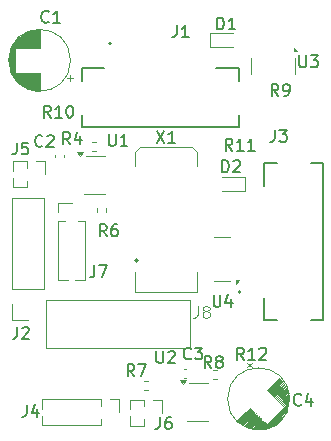
<source format=gbr>
%TF.GenerationSoftware,KiCad,Pcbnew,8.0.8*%
%TF.CreationDate,2025-01-21T20:41:30+03:00*%
%TF.ProjectId,Shield_Emergent_4,53686965-6c64-45f4-956d-657267656e74,rev?*%
%TF.SameCoordinates,Original*%
%TF.FileFunction,Legend,Top*%
%TF.FilePolarity,Positive*%
%FSLAX46Y46*%
G04 Gerber Fmt 4.6, Leading zero omitted, Abs format (unit mm)*
G04 Created by KiCad (PCBNEW 8.0.8) date 2025-01-21 20:41:30*
%MOMM*%
%LPD*%
G01*
G04 APERTURE LIST*
%ADD10C,0.150000*%
%ADD11C,0.100000*%
%ADD12C,0.120000*%
%ADD13C,0.127000*%
%ADD14C,0.200000*%
G04 APERTURE END LIST*
D10*
X1716666Y-33704819D02*
X1716666Y-34419104D01*
X1716666Y-34419104D02*
X1669047Y-34561961D01*
X1669047Y-34561961D02*
X1573809Y-34657200D01*
X1573809Y-34657200D02*
X1430952Y-34704819D01*
X1430952Y-34704819D02*
X1335714Y-34704819D01*
X2621428Y-34038152D02*
X2621428Y-34704819D01*
X2383333Y-33657200D02*
X2145238Y-34371485D01*
X2145238Y-34371485D02*
X2764285Y-34371485D01*
X24798095Y-4124819D02*
X24798095Y-4934342D01*
X24798095Y-4934342D02*
X24845714Y-5029580D01*
X24845714Y-5029580D02*
X24893333Y-5077200D01*
X24893333Y-5077200D02*
X24988571Y-5124819D01*
X24988571Y-5124819D02*
X25179047Y-5124819D01*
X25179047Y-5124819D02*
X25274285Y-5077200D01*
X25274285Y-5077200D02*
X25321904Y-5029580D01*
X25321904Y-5029580D02*
X25369523Y-4934342D01*
X25369523Y-4934342D02*
X25369523Y-4124819D01*
X25750476Y-4124819D02*
X26369523Y-4124819D01*
X26369523Y-4124819D02*
X26036190Y-4505771D01*
X26036190Y-4505771D02*
X26179047Y-4505771D01*
X26179047Y-4505771D02*
X26274285Y-4553390D01*
X26274285Y-4553390D02*
X26321904Y-4601009D01*
X26321904Y-4601009D02*
X26369523Y-4696247D01*
X26369523Y-4696247D02*
X26369523Y-4934342D01*
X26369523Y-4934342D02*
X26321904Y-5029580D01*
X26321904Y-5029580D02*
X26274285Y-5077200D01*
X26274285Y-5077200D02*
X26179047Y-5124819D01*
X26179047Y-5124819D02*
X25893333Y-5124819D01*
X25893333Y-5124819D02*
X25798095Y-5077200D01*
X25798095Y-5077200D02*
X25750476Y-5029580D01*
X8493333Y-19444819D02*
X8160000Y-18968628D01*
X7921905Y-19444819D02*
X7921905Y-18444819D01*
X7921905Y-18444819D02*
X8302857Y-18444819D01*
X8302857Y-18444819D02*
X8398095Y-18492438D01*
X8398095Y-18492438D02*
X8445714Y-18540057D01*
X8445714Y-18540057D02*
X8493333Y-18635295D01*
X8493333Y-18635295D02*
X8493333Y-18778152D01*
X8493333Y-18778152D02*
X8445714Y-18873390D01*
X8445714Y-18873390D02*
X8398095Y-18921009D01*
X8398095Y-18921009D02*
X8302857Y-18968628D01*
X8302857Y-18968628D02*
X7921905Y-18968628D01*
X9350476Y-18444819D02*
X9160000Y-18444819D01*
X9160000Y-18444819D02*
X9064762Y-18492438D01*
X9064762Y-18492438D02*
X9017143Y-18540057D01*
X9017143Y-18540057D02*
X8921905Y-18682914D01*
X8921905Y-18682914D02*
X8874286Y-18873390D01*
X8874286Y-18873390D02*
X8874286Y-19254342D01*
X8874286Y-19254342D02*
X8921905Y-19349580D01*
X8921905Y-19349580D02*
X8969524Y-19397200D01*
X8969524Y-19397200D02*
X9064762Y-19444819D01*
X9064762Y-19444819D02*
X9255238Y-19444819D01*
X9255238Y-19444819D02*
X9350476Y-19397200D01*
X9350476Y-19397200D02*
X9398095Y-19349580D01*
X9398095Y-19349580D02*
X9445714Y-19254342D01*
X9445714Y-19254342D02*
X9445714Y-19016247D01*
X9445714Y-19016247D02*
X9398095Y-18921009D01*
X9398095Y-18921009D02*
X9350476Y-18873390D01*
X9350476Y-18873390D02*
X9255238Y-18825771D01*
X9255238Y-18825771D02*
X9064762Y-18825771D01*
X9064762Y-18825771D02*
X8969524Y-18873390D01*
X8969524Y-18873390D02*
X8921905Y-18921009D01*
X8921905Y-18921009D02*
X8874286Y-19016247D01*
X12710476Y-10524819D02*
X13377142Y-11524819D01*
X13377142Y-10524819D02*
X12710476Y-11524819D01*
X14281904Y-11524819D02*
X13710476Y-11524819D01*
X13996190Y-11524819D02*
X13996190Y-10524819D01*
X13996190Y-10524819D02*
X13900952Y-10667676D01*
X13900952Y-10667676D02*
X13805714Y-10762914D01*
X13805714Y-10762914D02*
X13710476Y-10810533D01*
X12698095Y-29174819D02*
X12698095Y-29984342D01*
X12698095Y-29984342D02*
X12745714Y-30079580D01*
X12745714Y-30079580D02*
X12793333Y-30127200D01*
X12793333Y-30127200D02*
X12888571Y-30174819D01*
X12888571Y-30174819D02*
X13079047Y-30174819D01*
X13079047Y-30174819D02*
X13174285Y-30127200D01*
X13174285Y-30127200D02*
X13221904Y-30079580D01*
X13221904Y-30079580D02*
X13269523Y-29984342D01*
X13269523Y-29984342D02*
X13269523Y-29174819D01*
X13698095Y-29270057D02*
X13745714Y-29222438D01*
X13745714Y-29222438D02*
X13840952Y-29174819D01*
X13840952Y-29174819D02*
X14079047Y-29174819D01*
X14079047Y-29174819D02*
X14174285Y-29222438D01*
X14174285Y-29222438D02*
X14221904Y-29270057D01*
X14221904Y-29270057D02*
X14269523Y-29365295D01*
X14269523Y-29365295D02*
X14269523Y-29460533D01*
X14269523Y-29460533D02*
X14221904Y-29603390D01*
X14221904Y-29603390D02*
X13650476Y-30174819D01*
X13650476Y-30174819D02*
X14269523Y-30174819D01*
X17851905Y-1924819D02*
X17851905Y-924819D01*
X17851905Y-924819D02*
X18090000Y-924819D01*
X18090000Y-924819D02*
X18232857Y-972438D01*
X18232857Y-972438D02*
X18328095Y-1067676D01*
X18328095Y-1067676D02*
X18375714Y-1162914D01*
X18375714Y-1162914D02*
X18423333Y-1353390D01*
X18423333Y-1353390D02*
X18423333Y-1496247D01*
X18423333Y-1496247D02*
X18375714Y-1686723D01*
X18375714Y-1686723D02*
X18328095Y-1781961D01*
X18328095Y-1781961D02*
X18232857Y-1877200D01*
X18232857Y-1877200D02*
X18090000Y-1924819D01*
X18090000Y-1924819D02*
X17851905Y-1924819D01*
X19375714Y-1924819D02*
X18804286Y-1924819D01*
X19090000Y-1924819D02*
X19090000Y-924819D01*
X19090000Y-924819D02*
X18994762Y-1067676D01*
X18994762Y-1067676D02*
X18899524Y-1162914D01*
X18899524Y-1162914D02*
X18804286Y-1210533D01*
X3747142Y-9394819D02*
X3413809Y-8918628D01*
X3175714Y-9394819D02*
X3175714Y-8394819D01*
X3175714Y-8394819D02*
X3556666Y-8394819D01*
X3556666Y-8394819D02*
X3651904Y-8442438D01*
X3651904Y-8442438D02*
X3699523Y-8490057D01*
X3699523Y-8490057D02*
X3747142Y-8585295D01*
X3747142Y-8585295D02*
X3747142Y-8728152D01*
X3747142Y-8728152D02*
X3699523Y-8823390D01*
X3699523Y-8823390D02*
X3651904Y-8871009D01*
X3651904Y-8871009D02*
X3556666Y-8918628D01*
X3556666Y-8918628D02*
X3175714Y-8918628D01*
X4699523Y-9394819D02*
X4128095Y-9394819D01*
X4413809Y-9394819D02*
X4413809Y-8394819D01*
X4413809Y-8394819D02*
X4318571Y-8537676D01*
X4318571Y-8537676D02*
X4223333Y-8632914D01*
X4223333Y-8632914D02*
X4128095Y-8680533D01*
X5318571Y-8394819D02*
X5413809Y-8394819D01*
X5413809Y-8394819D02*
X5509047Y-8442438D01*
X5509047Y-8442438D02*
X5556666Y-8490057D01*
X5556666Y-8490057D02*
X5604285Y-8585295D01*
X5604285Y-8585295D02*
X5651904Y-8775771D01*
X5651904Y-8775771D02*
X5651904Y-9013866D01*
X5651904Y-9013866D02*
X5604285Y-9204342D01*
X5604285Y-9204342D02*
X5556666Y-9299580D01*
X5556666Y-9299580D02*
X5509047Y-9347200D01*
X5509047Y-9347200D02*
X5413809Y-9394819D01*
X5413809Y-9394819D02*
X5318571Y-9394819D01*
X5318571Y-9394819D02*
X5223333Y-9347200D01*
X5223333Y-9347200D02*
X5175714Y-9299580D01*
X5175714Y-9299580D02*
X5128095Y-9204342D01*
X5128095Y-9204342D02*
X5080476Y-9013866D01*
X5080476Y-9013866D02*
X5080476Y-8775771D01*
X5080476Y-8775771D02*
X5128095Y-8585295D01*
X5128095Y-8585295D02*
X5175714Y-8490057D01*
X5175714Y-8490057D02*
X5223333Y-8442438D01*
X5223333Y-8442438D02*
X5318571Y-8394819D01*
X17343333Y-30584819D02*
X17010000Y-30108628D01*
X16771905Y-30584819D02*
X16771905Y-29584819D01*
X16771905Y-29584819D02*
X17152857Y-29584819D01*
X17152857Y-29584819D02*
X17248095Y-29632438D01*
X17248095Y-29632438D02*
X17295714Y-29680057D01*
X17295714Y-29680057D02*
X17343333Y-29775295D01*
X17343333Y-29775295D02*
X17343333Y-29918152D01*
X17343333Y-29918152D02*
X17295714Y-30013390D01*
X17295714Y-30013390D02*
X17248095Y-30061009D01*
X17248095Y-30061009D02*
X17152857Y-30108628D01*
X17152857Y-30108628D02*
X16771905Y-30108628D01*
X17914762Y-30013390D02*
X17819524Y-29965771D01*
X17819524Y-29965771D02*
X17771905Y-29918152D01*
X17771905Y-29918152D02*
X17724286Y-29822914D01*
X17724286Y-29822914D02*
X17724286Y-29775295D01*
X17724286Y-29775295D02*
X17771905Y-29680057D01*
X17771905Y-29680057D02*
X17819524Y-29632438D01*
X17819524Y-29632438D02*
X17914762Y-29584819D01*
X17914762Y-29584819D02*
X18105238Y-29584819D01*
X18105238Y-29584819D02*
X18200476Y-29632438D01*
X18200476Y-29632438D02*
X18248095Y-29680057D01*
X18248095Y-29680057D02*
X18295714Y-29775295D01*
X18295714Y-29775295D02*
X18295714Y-29822914D01*
X18295714Y-29822914D02*
X18248095Y-29918152D01*
X18248095Y-29918152D02*
X18200476Y-29965771D01*
X18200476Y-29965771D02*
X18105238Y-30013390D01*
X18105238Y-30013390D02*
X17914762Y-30013390D01*
X17914762Y-30013390D02*
X17819524Y-30061009D01*
X17819524Y-30061009D02*
X17771905Y-30108628D01*
X17771905Y-30108628D02*
X17724286Y-30203866D01*
X17724286Y-30203866D02*
X17724286Y-30394342D01*
X17724286Y-30394342D02*
X17771905Y-30489580D01*
X17771905Y-30489580D02*
X17819524Y-30537200D01*
X17819524Y-30537200D02*
X17914762Y-30584819D01*
X17914762Y-30584819D02*
X18105238Y-30584819D01*
X18105238Y-30584819D02*
X18200476Y-30537200D01*
X18200476Y-30537200D02*
X18248095Y-30489580D01*
X18248095Y-30489580D02*
X18295714Y-30394342D01*
X18295714Y-30394342D02*
X18295714Y-30203866D01*
X18295714Y-30203866D02*
X18248095Y-30108628D01*
X18248095Y-30108628D02*
X18200476Y-30061009D01*
X18200476Y-30061009D02*
X18105238Y-30013390D01*
X17548095Y-24414819D02*
X17548095Y-25224342D01*
X17548095Y-25224342D02*
X17595714Y-25319580D01*
X17595714Y-25319580D02*
X17643333Y-25367200D01*
X17643333Y-25367200D02*
X17738571Y-25414819D01*
X17738571Y-25414819D02*
X17929047Y-25414819D01*
X17929047Y-25414819D02*
X18024285Y-25367200D01*
X18024285Y-25367200D02*
X18071904Y-25319580D01*
X18071904Y-25319580D02*
X18119523Y-25224342D01*
X18119523Y-25224342D02*
X18119523Y-24414819D01*
X19024285Y-24748152D02*
X19024285Y-25414819D01*
X18786190Y-24367200D02*
X18548095Y-25081485D01*
X18548095Y-25081485D02*
X19167142Y-25081485D01*
D11*
X16196666Y-25347419D02*
X16196666Y-26061704D01*
X16196666Y-26061704D02*
X16149047Y-26204561D01*
X16149047Y-26204561D02*
X16053809Y-26299800D01*
X16053809Y-26299800D02*
X15910952Y-26347419D01*
X15910952Y-26347419D02*
X15815714Y-26347419D01*
X16815714Y-25775990D02*
X16720476Y-25728371D01*
X16720476Y-25728371D02*
X16672857Y-25680752D01*
X16672857Y-25680752D02*
X16625238Y-25585514D01*
X16625238Y-25585514D02*
X16625238Y-25537895D01*
X16625238Y-25537895D02*
X16672857Y-25442657D01*
X16672857Y-25442657D02*
X16720476Y-25395038D01*
X16720476Y-25395038D02*
X16815714Y-25347419D01*
X16815714Y-25347419D02*
X17006190Y-25347419D01*
X17006190Y-25347419D02*
X17101428Y-25395038D01*
X17101428Y-25395038D02*
X17149047Y-25442657D01*
X17149047Y-25442657D02*
X17196666Y-25537895D01*
X17196666Y-25537895D02*
X17196666Y-25585514D01*
X17196666Y-25585514D02*
X17149047Y-25680752D01*
X17149047Y-25680752D02*
X17101428Y-25728371D01*
X17101428Y-25728371D02*
X17006190Y-25775990D01*
X17006190Y-25775990D02*
X16815714Y-25775990D01*
X16815714Y-25775990D02*
X16720476Y-25823609D01*
X16720476Y-25823609D02*
X16672857Y-25871228D01*
X16672857Y-25871228D02*
X16625238Y-25966466D01*
X16625238Y-25966466D02*
X16625238Y-26156942D01*
X16625238Y-26156942D02*
X16672857Y-26252180D01*
X16672857Y-26252180D02*
X16720476Y-26299800D01*
X16720476Y-26299800D02*
X16815714Y-26347419D01*
X16815714Y-26347419D02*
X17006190Y-26347419D01*
X17006190Y-26347419D02*
X17101428Y-26299800D01*
X17101428Y-26299800D02*
X17149047Y-26252180D01*
X17149047Y-26252180D02*
X17196666Y-26156942D01*
X17196666Y-26156942D02*
X17196666Y-25966466D01*
X17196666Y-25966466D02*
X17149047Y-25871228D01*
X17149047Y-25871228D02*
X17101428Y-25823609D01*
X17101428Y-25823609D02*
X17006190Y-25775990D01*
D10*
X896666Y-27134819D02*
X896666Y-27849104D01*
X896666Y-27849104D02*
X849047Y-27991961D01*
X849047Y-27991961D02*
X753809Y-28087200D01*
X753809Y-28087200D02*
X610952Y-28134819D01*
X610952Y-28134819D02*
X515714Y-28134819D01*
X1325238Y-27230057D02*
X1372857Y-27182438D01*
X1372857Y-27182438D02*
X1468095Y-27134819D01*
X1468095Y-27134819D02*
X1706190Y-27134819D01*
X1706190Y-27134819D02*
X1801428Y-27182438D01*
X1801428Y-27182438D02*
X1849047Y-27230057D01*
X1849047Y-27230057D02*
X1896666Y-27325295D01*
X1896666Y-27325295D02*
X1896666Y-27420533D01*
X1896666Y-27420533D02*
X1849047Y-27563390D01*
X1849047Y-27563390D02*
X1277619Y-28134819D01*
X1277619Y-28134819D02*
X1896666Y-28134819D01*
X12996666Y-34754819D02*
X12996666Y-35469104D01*
X12996666Y-35469104D02*
X12949047Y-35611961D01*
X12949047Y-35611961D02*
X12853809Y-35707200D01*
X12853809Y-35707200D02*
X12710952Y-35754819D01*
X12710952Y-35754819D02*
X12615714Y-35754819D01*
X13901428Y-34754819D02*
X13710952Y-34754819D01*
X13710952Y-34754819D02*
X13615714Y-34802438D01*
X13615714Y-34802438D02*
X13568095Y-34850057D01*
X13568095Y-34850057D02*
X13472857Y-34992914D01*
X13472857Y-34992914D02*
X13425238Y-35183390D01*
X13425238Y-35183390D02*
X13425238Y-35564342D01*
X13425238Y-35564342D02*
X13472857Y-35659580D01*
X13472857Y-35659580D02*
X13520476Y-35707200D01*
X13520476Y-35707200D02*
X13615714Y-35754819D01*
X13615714Y-35754819D02*
X13806190Y-35754819D01*
X13806190Y-35754819D02*
X13901428Y-35707200D01*
X13901428Y-35707200D02*
X13949047Y-35659580D01*
X13949047Y-35659580D02*
X13996666Y-35564342D01*
X13996666Y-35564342D02*
X13996666Y-35326247D01*
X13996666Y-35326247D02*
X13949047Y-35231009D01*
X13949047Y-35231009D02*
X13901428Y-35183390D01*
X13901428Y-35183390D02*
X13806190Y-35135771D01*
X13806190Y-35135771D02*
X13615714Y-35135771D01*
X13615714Y-35135771D02*
X13520476Y-35183390D01*
X13520476Y-35183390D02*
X13472857Y-35231009D01*
X13472857Y-35231009D02*
X13425238Y-35326247D01*
X23023333Y-7554819D02*
X22690000Y-7078628D01*
X22451905Y-7554819D02*
X22451905Y-6554819D01*
X22451905Y-6554819D02*
X22832857Y-6554819D01*
X22832857Y-6554819D02*
X22928095Y-6602438D01*
X22928095Y-6602438D02*
X22975714Y-6650057D01*
X22975714Y-6650057D02*
X23023333Y-6745295D01*
X23023333Y-6745295D02*
X23023333Y-6888152D01*
X23023333Y-6888152D02*
X22975714Y-6983390D01*
X22975714Y-6983390D02*
X22928095Y-7031009D01*
X22928095Y-7031009D02*
X22832857Y-7078628D01*
X22832857Y-7078628D02*
X22451905Y-7078628D01*
X23499524Y-7554819D02*
X23690000Y-7554819D01*
X23690000Y-7554819D02*
X23785238Y-7507200D01*
X23785238Y-7507200D02*
X23832857Y-7459580D01*
X23832857Y-7459580D02*
X23928095Y-7316723D01*
X23928095Y-7316723D02*
X23975714Y-7126247D01*
X23975714Y-7126247D02*
X23975714Y-6745295D01*
X23975714Y-6745295D02*
X23928095Y-6650057D01*
X23928095Y-6650057D02*
X23880476Y-6602438D01*
X23880476Y-6602438D02*
X23785238Y-6554819D01*
X23785238Y-6554819D02*
X23594762Y-6554819D01*
X23594762Y-6554819D02*
X23499524Y-6602438D01*
X23499524Y-6602438D02*
X23451905Y-6650057D01*
X23451905Y-6650057D02*
X23404286Y-6745295D01*
X23404286Y-6745295D02*
X23404286Y-6983390D01*
X23404286Y-6983390D02*
X23451905Y-7078628D01*
X23451905Y-7078628D02*
X23499524Y-7126247D01*
X23499524Y-7126247D02*
X23594762Y-7173866D01*
X23594762Y-7173866D02*
X23785238Y-7173866D01*
X23785238Y-7173866D02*
X23880476Y-7126247D01*
X23880476Y-7126247D02*
X23928095Y-7078628D01*
X23928095Y-7078628D02*
X23975714Y-6983390D01*
X24953333Y-33679580D02*
X24905714Y-33727200D01*
X24905714Y-33727200D02*
X24762857Y-33774819D01*
X24762857Y-33774819D02*
X24667619Y-33774819D01*
X24667619Y-33774819D02*
X24524762Y-33727200D01*
X24524762Y-33727200D02*
X24429524Y-33631961D01*
X24429524Y-33631961D02*
X24381905Y-33536723D01*
X24381905Y-33536723D02*
X24334286Y-33346247D01*
X24334286Y-33346247D02*
X24334286Y-33203390D01*
X24334286Y-33203390D02*
X24381905Y-33012914D01*
X24381905Y-33012914D02*
X24429524Y-32917676D01*
X24429524Y-32917676D02*
X24524762Y-32822438D01*
X24524762Y-32822438D02*
X24667619Y-32774819D01*
X24667619Y-32774819D02*
X24762857Y-32774819D01*
X24762857Y-32774819D02*
X24905714Y-32822438D01*
X24905714Y-32822438D02*
X24953333Y-32870057D01*
X25810476Y-33108152D02*
X25810476Y-33774819D01*
X25572381Y-32727200D02*
X25334286Y-33441485D01*
X25334286Y-33441485D02*
X25953333Y-33441485D01*
X856666Y-11504819D02*
X856666Y-12219104D01*
X856666Y-12219104D02*
X809047Y-12361961D01*
X809047Y-12361961D02*
X713809Y-12457200D01*
X713809Y-12457200D02*
X570952Y-12504819D01*
X570952Y-12504819D02*
X475714Y-12504819D01*
X1809047Y-11504819D02*
X1332857Y-11504819D01*
X1332857Y-11504819D02*
X1285238Y-11981009D01*
X1285238Y-11981009D02*
X1332857Y-11933390D01*
X1332857Y-11933390D02*
X1428095Y-11885771D01*
X1428095Y-11885771D02*
X1666190Y-11885771D01*
X1666190Y-11885771D02*
X1761428Y-11933390D01*
X1761428Y-11933390D02*
X1809047Y-11981009D01*
X1809047Y-11981009D02*
X1856666Y-12076247D01*
X1856666Y-12076247D02*
X1856666Y-12314342D01*
X1856666Y-12314342D02*
X1809047Y-12409580D01*
X1809047Y-12409580D02*
X1761428Y-12457200D01*
X1761428Y-12457200D02*
X1666190Y-12504819D01*
X1666190Y-12504819D02*
X1428095Y-12504819D01*
X1428095Y-12504819D02*
X1332857Y-12457200D01*
X1332857Y-12457200D02*
X1285238Y-12409580D01*
X22736666Y-10434819D02*
X22736666Y-11149104D01*
X22736666Y-11149104D02*
X22689047Y-11291961D01*
X22689047Y-11291961D02*
X22593809Y-11387200D01*
X22593809Y-11387200D02*
X22450952Y-11434819D01*
X22450952Y-11434819D02*
X22355714Y-11434819D01*
X23117619Y-10434819D02*
X23736666Y-10434819D01*
X23736666Y-10434819D02*
X23403333Y-10815771D01*
X23403333Y-10815771D02*
X23546190Y-10815771D01*
X23546190Y-10815771D02*
X23641428Y-10863390D01*
X23641428Y-10863390D02*
X23689047Y-10911009D01*
X23689047Y-10911009D02*
X23736666Y-11006247D01*
X23736666Y-11006247D02*
X23736666Y-11244342D01*
X23736666Y-11244342D02*
X23689047Y-11339580D01*
X23689047Y-11339580D02*
X23641428Y-11387200D01*
X23641428Y-11387200D02*
X23546190Y-11434819D01*
X23546190Y-11434819D02*
X23260476Y-11434819D01*
X23260476Y-11434819D02*
X23165238Y-11387200D01*
X23165238Y-11387200D02*
X23117619Y-11339580D01*
X20087142Y-29894819D02*
X19753809Y-29418628D01*
X19515714Y-29894819D02*
X19515714Y-28894819D01*
X19515714Y-28894819D02*
X19896666Y-28894819D01*
X19896666Y-28894819D02*
X19991904Y-28942438D01*
X19991904Y-28942438D02*
X20039523Y-28990057D01*
X20039523Y-28990057D02*
X20087142Y-29085295D01*
X20087142Y-29085295D02*
X20087142Y-29228152D01*
X20087142Y-29228152D02*
X20039523Y-29323390D01*
X20039523Y-29323390D02*
X19991904Y-29371009D01*
X19991904Y-29371009D02*
X19896666Y-29418628D01*
X19896666Y-29418628D02*
X19515714Y-29418628D01*
X21039523Y-29894819D02*
X20468095Y-29894819D01*
X20753809Y-29894819D02*
X20753809Y-28894819D01*
X20753809Y-28894819D02*
X20658571Y-29037676D01*
X20658571Y-29037676D02*
X20563333Y-29132914D01*
X20563333Y-29132914D02*
X20468095Y-29180533D01*
X21420476Y-28990057D02*
X21468095Y-28942438D01*
X21468095Y-28942438D02*
X21563333Y-28894819D01*
X21563333Y-28894819D02*
X21801428Y-28894819D01*
X21801428Y-28894819D02*
X21896666Y-28942438D01*
X21896666Y-28942438D02*
X21944285Y-28990057D01*
X21944285Y-28990057D02*
X21991904Y-29085295D01*
X21991904Y-29085295D02*
X21991904Y-29180533D01*
X21991904Y-29180533D02*
X21944285Y-29323390D01*
X21944285Y-29323390D02*
X21372857Y-29894819D01*
X21372857Y-29894819D02*
X21991904Y-29894819D01*
X15633333Y-29779580D02*
X15585714Y-29827200D01*
X15585714Y-29827200D02*
X15442857Y-29874819D01*
X15442857Y-29874819D02*
X15347619Y-29874819D01*
X15347619Y-29874819D02*
X15204762Y-29827200D01*
X15204762Y-29827200D02*
X15109524Y-29731961D01*
X15109524Y-29731961D02*
X15061905Y-29636723D01*
X15061905Y-29636723D02*
X15014286Y-29446247D01*
X15014286Y-29446247D02*
X15014286Y-29303390D01*
X15014286Y-29303390D02*
X15061905Y-29112914D01*
X15061905Y-29112914D02*
X15109524Y-29017676D01*
X15109524Y-29017676D02*
X15204762Y-28922438D01*
X15204762Y-28922438D02*
X15347619Y-28874819D01*
X15347619Y-28874819D02*
X15442857Y-28874819D01*
X15442857Y-28874819D02*
X15585714Y-28922438D01*
X15585714Y-28922438D02*
X15633333Y-28970057D01*
X15966667Y-28874819D02*
X16585714Y-28874819D01*
X16585714Y-28874819D02*
X16252381Y-29255771D01*
X16252381Y-29255771D02*
X16395238Y-29255771D01*
X16395238Y-29255771D02*
X16490476Y-29303390D01*
X16490476Y-29303390D02*
X16538095Y-29351009D01*
X16538095Y-29351009D02*
X16585714Y-29446247D01*
X16585714Y-29446247D02*
X16585714Y-29684342D01*
X16585714Y-29684342D02*
X16538095Y-29779580D01*
X16538095Y-29779580D02*
X16490476Y-29827200D01*
X16490476Y-29827200D02*
X16395238Y-29874819D01*
X16395238Y-29874819D02*
X16109524Y-29874819D01*
X16109524Y-29874819D02*
X16014286Y-29827200D01*
X16014286Y-29827200D02*
X15966667Y-29779580D01*
X14436666Y-1574819D02*
X14436666Y-2289104D01*
X14436666Y-2289104D02*
X14389047Y-2431961D01*
X14389047Y-2431961D02*
X14293809Y-2527200D01*
X14293809Y-2527200D02*
X14150952Y-2574819D01*
X14150952Y-2574819D02*
X14055714Y-2574819D01*
X15436666Y-2574819D02*
X14865238Y-2574819D01*
X15150952Y-2574819D02*
X15150952Y-1574819D01*
X15150952Y-1574819D02*
X15055714Y-1717676D01*
X15055714Y-1717676D02*
X14960476Y-1812914D01*
X14960476Y-1812914D02*
X14865238Y-1860533D01*
X10833333Y-31294819D02*
X10500000Y-30818628D01*
X10261905Y-31294819D02*
X10261905Y-30294819D01*
X10261905Y-30294819D02*
X10642857Y-30294819D01*
X10642857Y-30294819D02*
X10738095Y-30342438D01*
X10738095Y-30342438D02*
X10785714Y-30390057D01*
X10785714Y-30390057D02*
X10833333Y-30485295D01*
X10833333Y-30485295D02*
X10833333Y-30628152D01*
X10833333Y-30628152D02*
X10785714Y-30723390D01*
X10785714Y-30723390D02*
X10738095Y-30771009D01*
X10738095Y-30771009D02*
X10642857Y-30818628D01*
X10642857Y-30818628D02*
X10261905Y-30818628D01*
X11166667Y-30294819D02*
X11833333Y-30294819D01*
X11833333Y-30294819D02*
X11404762Y-31294819D01*
X8678095Y-10794819D02*
X8678095Y-11604342D01*
X8678095Y-11604342D02*
X8725714Y-11699580D01*
X8725714Y-11699580D02*
X8773333Y-11747200D01*
X8773333Y-11747200D02*
X8868571Y-11794819D01*
X8868571Y-11794819D02*
X9059047Y-11794819D01*
X9059047Y-11794819D02*
X9154285Y-11747200D01*
X9154285Y-11747200D02*
X9201904Y-11699580D01*
X9201904Y-11699580D02*
X9249523Y-11604342D01*
X9249523Y-11604342D02*
X9249523Y-10794819D01*
X10249523Y-11794819D02*
X9678095Y-11794819D01*
X9963809Y-11794819D02*
X9963809Y-10794819D01*
X9963809Y-10794819D02*
X9868571Y-10937676D01*
X9868571Y-10937676D02*
X9773333Y-11032914D01*
X9773333Y-11032914D02*
X9678095Y-11080533D01*
X7436666Y-21914819D02*
X7436666Y-22629104D01*
X7436666Y-22629104D02*
X7389047Y-22771961D01*
X7389047Y-22771961D02*
X7293809Y-22867200D01*
X7293809Y-22867200D02*
X7150952Y-22914819D01*
X7150952Y-22914819D02*
X7055714Y-22914819D01*
X7817619Y-21914819D02*
X8484285Y-21914819D01*
X8484285Y-21914819D02*
X8055714Y-22914819D01*
X19127142Y-12184819D02*
X18793809Y-11708628D01*
X18555714Y-12184819D02*
X18555714Y-11184819D01*
X18555714Y-11184819D02*
X18936666Y-11184819D01*
X18936666Y-11184819D02*
X19031904Y-11232438D01*
X19031904Y-11232438D02*
X19079523Y-11280057D01*
X19079523Y-11280057D02*
X19127142Y-11375295D01*
X19127142Y-11375295D02*
X19127142Y-11518152D01*
X19127142Y-11518152D02*
X19079523Y-11613390D01*
X19079523Y-11613390D02*
X19031904Y-11661009D01*
X19031904Y-11661009D02*
X18936666Y-11708628D01*
X18936666Y-11708628D02*
X18555714Y-11708628D01*
X20079523Y-12184819D02*
X19508095Y-12184819D01*
X19793809Y-12184819D02*
X19793809Y-11184819D01*
X19793809Y-11184819D02*
X19698571Y-11327676D01*
X19698571Y-11327676D02*
X19603333Y-11422914D01*
X19603333Y-11422914D02*
X19508095Y-11470533D01*
X21031904Y-12184819D02*
X20460476Y-12184819D01*
X20746190Y-12184819D02*
X20746190Y-11184819D01*
X20746190Y-11184819D02*
X20650952Y-11327676D01*
X20650952Y-11327676D02*
X20555714Y-11422914D01*
X20555714Y-11422914D02*
X20460476Y-11470533D01*
X3573333Y-1269580D02*
X3525714Y-1317200D01*
X3525714Y-1317200D02*
X3382857Y-1364819D01*
X3382857Y-1364819D02*
X3287619Y-1364819D01*
X3287619Y-1364819D02*
X3144762Y-1317200D01*
X3144762Y-1317200D02*
X3049524Y-1221961D01*
X3049524Y-1221961D02*
X3001905Y-1126723D01*
X3001905Y-1126723D02*
X2954286Y-936247D01*
X2954286Y-936247D02*
X2954286Y-793390D01*
X2954286Y-793390D02*
X3001905Y-602914D01*
X3001905Y-602914D02*
X3049524Y-507676D01*
X3049524Y-507676D02*
X3144762Y-412438D01*
X3144762Y-412438D02*
X3287619Y-364819D01*
X3287619Y-364819D02*
X3382857Y-364819D01*
X3382857Y-364819D02*
X3525714Y-412438D01*
X3525714Y-412438D02*
X3573333Y-460057D01*
X4525714Y-1364819D02*
X3954286Y-1364819D01*
X4240000Y-1364819D02*
X4240000Y-364819D01*
X4240000Y-364819D02*
X4144762Y-507676D01*
X4144762Y-507676D02*
X4049524Y-602914D01*
X4049524Y-602914D02*
X3954286Y-650533D01*
X3053333Y-11789580D02*
X3005714Y-11837200D01*
X3005714Y-11837200D02*
X2862857Y-11884819D01*
X2862857Y-11884819D02*
X2767619Y-11884819D01*
X2767619Y-11884819D02*
X2624762Y-11837200D01*
X2624762Y-11837200D02*
X2529524Y-11741961D01*
X2529524Y-11741961D02*
X2481905Y-11646723D01*
X2481905Y-11646723D02*
X2434286Y-11456247D01*
X2434286Y-11456247D02*
X2434286Y-11313390D01*
X2434286Y-11313390D02*
X2481905Y-11122914D01*
X2481905Y-11122914D02*
X2529524Y-11027676D01*
X2529524Y-11027676D02*
X2624762Y-10932438D01*
X2624762Y-10932438D02*
X2767619Y-10884819D01*
X2767619Y-10884819D02*
X2862857Y-10884819D01*
X2862857Y-10884819D02*
X3005714Y-10932438D01*
X3005714Y-10932438D02*
X3053333Y-10980057D01*
X3434286Y-10980057D02*
X3481905Y-10932438D01*
X3481905Y-10932438D02*
X3577143Y-10884819D01*
X3577143Y-10884819D02*
X3815238Y-10884819D01*
X3815238Y-10884819D02*
X3910476Y-10932438D01*
X3910476Y-10932438D02*
X3958095Y-10980057D01*
X3958095Y-10980057D02*
X4005714Y-11075295D01*
X4005714Y-11075295D02*
X4005714Y-11170533D01*
X4005714Y-11170533D02*
X3958095Y-11313390D01*
X3958095Y-11313390D02*
X3386667Y-11884819D01*
X3386667Y-11884819D02*
X4005714Y-11884819D01*
X5393333Y-11644819D02*
X5060000Y-11168628D01*
X4821905Y-11644819D02*
X4821905Y-10644819D01*
X4821905Y-10644819D02*
X5202857Y-10644819D01*
X5202857Y-10644819D02*
X5298095Y-10692438D01*
X5298095Y-10692438D02*
X5345714Y-10740057D01*
X5345714Y-10740057D02*
X5393333Y-10835295D01*
X5393333Y-10835295D02*
X5393333Y-10978152D01*
X5393333Y-10978152D02*
X5345714Y-11073390D01*
X5345714Y-11073390D02*
X5298095Y-11121009D01*
X5298095Y-11121009D02*
X5202857Y-11168628D01*
X5202857Y-11168628D02*
X4821905Y-11168628D01*
X6250476Y-10978152D02*
X6250476Y-11644819D01*
X6012381Y-10597200D02*
X5774286Y-11311485D01*
X5774286Y-11311485D02*
X6393333Y-11311485D01*
X18271905Y-14014819D02*
X18271905Y-13014819D01*
X18271905Y-13014819D02*
X18510000Y-13014819D01*
X18510000Y-13014819D02*
X18652857Y-13062438D01*
X18652857Y-13062438D02*
X18748095Y-13157676D01*
X18748095Y-13157676D02*
X18795714Y-13252914D01*
X18795714Y-13252914D02*
X18843333Y-13443390D01*
X18843333Y-13443390D02*
X18843333Y-13586247D01*
X18843333Y-13586247D02*
X18795714Y-13776723D01*
X18795714Y-13776723D02*
X18748095Y-13871961D01*
X18748095Y-13871961D02*
X18652857Y-13967200D01*
X18652857Y-13967200D02*
X18510000Y-14014819D01*
X18510000Y-14014819D02*
X18271905Y-14014819D01*
X19224286Y-13110057D02*
X19271905Y-13062438D01*
X19271905Y-13062438D02*
X19367143Y-13014819D01*
X19367143Y-13014819D02*
X19605238Y-13014819D01*
X19605238Y-13014819D02*
X19700476Y-13062438D01*
X19700476Y-13062438D02*
X19748095Y-13110057D01*
X19748095Y-13110057D02*
X19795714Y-13205295D01*
X19795714Y-13205295D02*
X19795714Y-13300533D01*
X19795714Y-13300533D02*
X19748095Y-13443390D01*
X19748095Y-13443390D02*
X19176667Y-14014819D01*
X19176667Y-14014819D02*
X19795714Y-14014819D01*
D12*
%TO.C,J4*%
X2975000Y-33240000D02*
X2975000Y-34042470D01*
X2975000Y-34657530D02*
X2975000Y-35460000D01*
X7990000Y-33240000D02*
X2975000Y-33240000D01*
X7990000Y-33240000D02*
X7990000Y-33786529D01*
X7990000Y-34913471D02*
X7990000Y-35460000D01*
X7990000Y-35460000D02*
X2975000Y-35460000D01*
X8750000Y-33239999D02*
X9510000Y-33240000D01*
X9510000Y-33240000D02*
X9510000Y-34350000D01*
%TO.C,U3*%
X20689999Y-4345000D02*
X20689999Y-5695000D01*
X24410001Y-4345000D02*
X24410001Y-5695000D01*
X24600000Y-3800000D02*
X24320000Y-3800000D01*
X24320000Y-3520000D01*
X24600000Y-3800000D01*
G36*
X24600000Y-3800000D02*
G01*
X24320000Y-3800000D01*
X24320000Y-3520000D01*
X24600000Y-3800000D01*
G37*
%TO.C,R6*%
X7639999Y-17052379D02*
X7639999Y-17387621D01*
X8400001Y-17052379D02*
X8400001Y-17387621D01*
%TO.C,X1*%
X10850000Y-12300000D02*
X11300000Y-11850000D01*
X10850000Y-24150000D02*
X10850001Y-22500000D01*
X10850000Y-24150000D02*
X16150000Y-24150000D01*
X10850001Y-13500000D02*
X10850000Y-12300000D01*
X11300000Y-11850000D02*
X15700000Y-11850000D01*
X16149999Y-13500000D02*
X16150000Y-12300000D01*
X16150000Y-12300000D02*
X15700000Y-11850000D01*
X16150000Y-24150000D02*
X16149999Y-22500000D01*
D10*
X11111803Y-21500000D02*
G75*
G02*
X10888197Y-21500000I-111803J0D01*
G01*
X10888197Y-21500000D02*
G75*
G02*
X11111803Y-21500000I111803J0D01*
G01*
D12*
%TO.C,U2*%
X15250000Y-35100000D02*
X17050000Y-35100000D01*
X16250000Y-31880000D02*
X15450000Y-31880000D01*
X16250000Y-31880000D02*
X17050000Y-31880000D01*
X14949999Y-31930000D02*
X14710000Y-31600000D01*
X15190000Y-31600000D01*
X14949999Y-31930000D01*
G36*
X14949999Y-31930000D02*
G01*
X14710000Y-31600000D01*
X15190000Y-31600000D01*
X14949999Y-31930000D01*
G37*
%TO.C,D1*%
X17262500Y-2219999D02*
X17262500Y-3420001D01*
X19222500Y-2220000D02*
X17262500Y-2219999D01*
X19222500Y-3420000D02*
X17262500Y-3420001D01*
%TO.C,R8*%
X17512379Y-30789999D02*
X17847621Y-30789999D01*
X17512379Y-31550001D02*
X17847621Y-31550001D01*
%TO.C,U4*%
X18907500Y-19547499D02*
X17557500Y-19547499D01*
X18907500Y-23267501D02*
X17557500Y-23267501D01*
X19452500Y-23457500D02*
X19452500Y-23177500D01*
X19732500Y-23177500D01*
X19452500Y-23457500D01*
G36*
X19452500Y-23457500D02*
G01*
X19452500Y-23177500D01*
X19732500Y-23177500D01*
X19452500Y-23457500D01*
G37*
D11*
%TO.C,J8*%
X15550000Y-28880000D02*
X3350000Y-28880000D01*
X3350000Y-24880000D01*
X15550000Y-24880000D01*
X15550000Y-28880000D01*
D12*
%TO.C,J2*%
X500000Y-23919999D02*
X500000Y-16240000D01*
X500000Y-26520000D02*
X500000Y-25190000D01*
X1830000Y-26520000D02*
X500000Y-26520000D01*
X3160000Y-16240000D02*
X500000Y-16240000D01*
X3160000Y-23919999D02*
X500000Y-23919999D01*
X3160000Y-23919999D02*
X3160000Y-16240000D01*
%TO.C,J6*%
X10435000Y-33270000D02*
X10435000Y-34072470D01*
X10435000Y-34687530D02*
X10435000Y-35490000D01*
X11640000Y-33270000D02*
X10435000Y-33270000D01*
X11640000Y-33270000D02*
X11640000Y-33816529D01*
X11640000Y-34943471D02*
X11640000Y-35490000D01*
X11640000Y-35490000D02*
X10435000Y-35490000D01*
X12400000Y-33269999D02*
X13160000Y-33270000D01*
X13160000Y-33270000D02*
X13160000Y-34380000D01*
%TO.C,C4*%
X20406814Y-30180849D02*
X20760367Y-30534402D01*
X20611716Y-33942498D02*
X19522771Y-35031442D01*
X20640000Y-33970782D02*
X19551056Y-35059727D01*
X20668284Y-33999066D02*
X19580047Y-35087304D01*
X20696569Y-34027351D02*
X19609038Y-35114881D01*
X20724853Y-34055635D02*
X19638737Y-35141751D01*
X20753137Y-34083919D02*
X19669142Y-35167914D01*
X20760367Y-30180849D02*
X20406814Y-30534402D01*
X20781421Y-34112203D02*
X19700255Y-35193370D01*
X20809706Y-34140488D02*
X19731368Y-35218826D01*
X20837990Y-34168772D02*
X19762480Y-35244281D01*
X20866274Y-34197056D02*
X19794300Y-35269030D01*
X20894558Y-34225341D02*
X19826827Y-35293072D01*
X20922843Y-34253625D02*
X19860061Y-35316406D01*
X20951127Y-34281909D02*
X19893295Y-35339741D01*
X20979411Y-34310193D02*
X19927236Y-35362368D01*
X21007696Y-34338478D02*
X19961177Y-35384996D01*
X21035980Y-34366762D02*
X19995826Y-35406916D01*
X21064264Y-34395046D02*
X20031181Y-35428129D01*
X21092548Y-34423330D02*
X20066536Y-35449342D01*
X21121540Y-34452322D02*
X20103306Y-35470556D01*
X21149824Y-34480606D02*
X20140076Y-35490355D01*
X21178108Y-34508890D02*
X20177552Y-35509446D01*
X21206393Y-34537175D02*
X20215029Y-35528538D01*
X21234677Y-34565459D02*
X20253213Y-35546923D01*
X21262961Y-34593743D02*
X20291396Y-35565308D01*
X21291245Y-34622027D02*
X20330994Y-35582278D01*
X21319530Y-34650312D02*
X20370592Y-35599249D01*
X21347814Y-34678596D02*
X20410897Y-35615512D01*
X21376098Y-34706880D02*
X20451202Y-35631776D01*
X21404382Y-34735165D02*
X20492922Y-35646625D01*
X21432667Y-34763449D02*
X20534641Y-35661474D01*
X21460951Y-34791733D02*
X20577067Y-35675617D01*
X21489235Y-34820017D02*
X20620908Y-35688344D01*
X21517520Y-34848302D02*
X20664042Y-35701780D01*
X21545804Y-34876586D02*
X20708589Y-35713800D01*
X21574088Y-34904870D02*
X20753844Y-35725114D01*
X21602372Y-34933154D02*
X20799806Y-35735721D01*
X21630657Y-34961439D02*
X20846475Y-35745620D01*
X21658941Y-34989723D02*
X20893851Y-35754813D01*
X21687225Y-35018007D02*
X20941227Y-35764005D01*
X21715509Y-35046292D02*
X20990725Y-35771076D01*
X21743794Y-35074576D02*
X21040222Y-35778147D01*
X21772078Y-35102860D02*
X21090427Y-35784511D01*
X21800362Y-35131144D02*
X21142046Y-35789461D01*
X21828646Y-35159429D02*
X21194372Y-35793703D01*
X21856931Y-35187713D02*
X21248112Y-35796532D01*
X21885215Y-35215997D02*
X21302559Y-35798653D01*
X21913499Y-35244281D02*
X21357713Y-35800067D01*
X21941784Y-35272566D02*
X21414989Y-35799360D01*
X21970068Y-35300850D02*
X21472972Y-35797946D01*
X21998352Y-35329134D02*
X21532369Y-35795118D01*
X22026636Y-35357419D02*
X21593180Y-35790875D01*
X23171442Y-31382771D02*
X22082498Y-32471716D01*
X23199727Y-31411056D02*
X22110782Y-32500000D01*
X23227304Y-31440047D02*
X22139066Y-32528284D01*
X23254881Y-31469038D02*
X22167351Y-32556569D01*
X23281751Y-31498737D02*
X22195635Y-32584853D01*
X23307914Y-31529142D02*
X22223919Y-32613137D01*
X23333370Y-31560255D02*
X22252203Y-32641421D01*
X23358826Y-31591368D02*
X22280488Y-32669706D01*
X23384281Y-31622480D02*
X22308772Y-32697990D01*
X23387110Y-34845473D02*
X22985473Y-35247110D01*
X23409030Y-31654300D02*
X22337056Y-32726274D01*
X23433072Y-31686827D02*
X22365341Y-32754558D01*
X23456406Y-31720061D02*
X22393625Y-32782843D01*
X23479741Y-31753295D02*
X22421909Y-32811127D01*
X23502368Y-31787236D02*
X22450193Y-32839411D01*
X23524289Y-34651726D02*
X22791726Y-35384289D01*
X23524996Y-31821177D02*
X22478478Y-32867696D01*
X23546916Y-31855826D02*
X22506762Y-32895980D01*
X23568129Y-31891181D02*
X22535046Y-32924264D01*
X23589342Y-31926536D02*
X22563330Y-32952548D01*
X23608434Y-34511012D02*
X22651012Y-35468434D01*
X23610556Y-31963306D02*
X22592322Y-32981540D01*
X23630355Y-32000076D02*
X22620606Y-33009824D01*
X23649446Y-32037552D02*
X22648890Y-33038108D01*
X23668538Y-32075029D02*
X22677175Y-33066393D01*
X23670660Y-34392218D02*
X22532218Y-35530660D01*
X23686923Y-32113213D02*
X22705459Y-33094677D01*
X23705308Y-32151396D02*
X22733743Y-33122961D01*
X23720157Y-34286152D02*
X22426152Y-35580157D01*
X23722278Y-32190994D02*
X22762027Y-33151245D01*
X23739249Y-32230592D02*
X22790312Y-33179530D01*
X23755512Y-32270897D02*
X22818596Y-33207814D01*
X23759755Y-34189985D02*
X22329985Y-35619755D01*
X23771776Y-32311202D02*
X22846880Y-33236098D01*
X23786625Y-32352922D02*
X22875165Y-33264382D01*
X23792989Y-34100183D02*
X22240183Y-35652989D01*
X23801474Y-32394641D02*
X22903449Y-33292667D01*
X23815617Y-32437067D02*
X22931733Y-33320951D01*
X23821273Y-34015330D02*
X22155330Y-35681273D01*
X23828344Y-32480908D02*
X22960017Y-33349235D01*
X23841780Y-32524042D02*
X22988302Y-33377520D01*
X23844608Y-33935427D02*
X22075427Y-35704608D01*
X23853800Y-32568589D02*
X23016586Y-33405804D01*
X23864407Y-33859059D02*
X21999059Y-35724407D01*
X23865114Y-32613844D02*
X23044870Y-33434088D01*
X23875721Y-32659806D02*
X23073154Y-33462372D01*
X23881377Y-33785520D02*
X21925520Y-35741377D01*
X23885620Y-32706475D02*
X23101439Y-33490657D01*
X23894813Y-32753851D02*
X23129723Y-33518941D01*
X23895520Y-33714809D02*
X21854809Y-35755520D01*
X23904005Y-32801227D02*
X23158007Y-33547225D01*
X23907540Y-33646220D02*
X21786220Y-35767540D01*
X23911076Y-32850725D02*
X23186292Y-33575509D01*
X23917440Y-33579752D02*
X21719752Y-35777440D01*
X23918147Y-32900222D02*
X23214576Y-33603794D01*
X23924511Y-32950427D02*
X23242860Y-33632078D01*
X23925218Y-33515405D02*
X21655405Y-35785218D01*
X23929461Y-33002046D02*
X23271144Y-33660362D01*
X23930875Y-33453180D02*
X23497419Y-33886636D01*
X23933703Y-33054372D02*
X23299429Y-33688646D01*
X23935118Y-33392369D02*
X23469134Y-33858352D01*
X23936532Y-33108112D02*
X23327713Y-33716931D01*
X23937946Y-33332972D02*
X23440850Y-33830068D01*
X23938653Y-33162559D02*
X23355997Y-33745215D01*
X23939360Y-33274989D02*
X23412566Y-33801784D01*
X23940067Y-33217713D02*
X23384281Y-33773499D01*
X23967107Y-33207107D02*
G75*
G02*
X18727107Y-33207107I-2620000J0D01*
G01*
X18727107Y-33207107D02*
G75*
G02*
X23967107Y-33207107I2620000J0D01*
G01*
%TO.C,J5*%
X565000Y-13090000D02*
X565000Y-13892470D01*
X565000Y-14507530D02*
X565000Y-15310000D01*
X1770000Y-13090000D02*
X565000Y-13090000D01*
X1770000Y-13090000D02*
X1770000Y-13636529D01*
X1770000Y-14763471D02*
X1770000Y-15310000D01*
X1770000Y-15310000D02*
X565000Y-15310000D01*
X2530000Y-13089999D02*
X3290000Y-13090000D01*
X3290000Y-13090000D02*
X3290000Y-14200000D01*
D13*
%TO.C,J3*%
X21803805Y-13250000D02*
X21803805Y-15150000D01*
X21803805Y-24650000D02*
X21803805Y-26550000D01*
X21803805Y-26550000D02*
X22903805Y-26550001D01*
X22903805Y-13249999D02*
X21803805Y-13250000D01*
X25803805Y-26550000D02*
X26803805Y-26550000D01*
X26803805Y-13250000D02*
X25803805Y-13250000D01*
X26803805Y-26550000D02*
X26803805Y-13250000D01*
D14*
X19838805Y-24150000D02*
G75*
G02*
X19638805Y-24150000I-100000J0D01*
G01*
X19638805Y-24150000D02*
G75*
G02*
X19838805Y-24150000I100000J0D01*
G01*
D12*
%TO.C,C3*%
X15014165Y-30710000D02*
X15245835Y-30710000D01*
X15014165Y-31430000D02*
X15245835Y-31430000D01*
D13*
%TO.C,J1*%
X6370000Y-5165000D02*
X6369999Y-6265000D01*
X6370000Y-9165000D02*
X6370000Y-10165000D01*
X6370000Y-10165000D02*
X19670000Y-10165000D01*
X8270000Y-5165000D02*
X6370000Y-5165000D01*
X19670000Y-5165000D02*
X17770000Y-5165000D01*
X19670000Y-10165000D02*
X19670000Y-9165000D01*
X19670001Y-6265000D02*
X19670000Y-5165000D01*
D14*
X8870000Y-3100000D02*
G75*
G02*
X8670000Y-3100000I-100000J0D01*
G01*
X8670000Y-3100000D02*
G75*
G02*
X8870000Y-3100000I100000J0D01*
G01*
D12*
%TO.C,R7*%
X12007621Y-31679999D02*
X11672379Y-31679999D01*
X12007621Y-32440001D02*
X11672379Y-32440001D01*
%TO.C,U1*%
X6540000Y-15830000D02*
X8340000Y-15830000D01*
X7540000Y-12610000D02*
X6740000Y-12610000D01*
X7540000Y-12610000D02*
X8340000Y-12610000D01*
X6239999Y-12660000D02*
X6000000Y-12330000D01*
X6480000Y-12330000D01*
X6239999Y-12660000D01*
G36*
X6239999Y-12660000D02*
G01*
X6000000Y-12330000D01*
X6480000Y-12330000D01*
X6239999Y-12660000D01*
G37*
%TO.C,J7*%
X4399999Y-17355000D02*
X4400000Y-16595000D01*
X4400000Y-16595000D02*
X5510000Y-16595000D01*
X4400000Y-18115000D02*
X4400000Y-23130000D01*
X4400000Y-18115000D02*
X4946529Y-18115000D01*
X4400000Y-23130000D02*
X5202470Y-23130000D01*
X5817530Y-23130000D02*
X6620000Y-23130000D01*
X6073471Y-18115000D02*
X6620000Y-18115000D01*
X6620000Y-18115000D02*
X6620000Y-23130000D01*
%TO.C,C1*%
X204113Y-4834000D02*
X204113Y-4266000D01*
X244113Y-5068000D02*
X244113Y-4032000D01*
X284113Y-5227000D02*
X284113Y-3873000D01*
X324113Y-5355000D02*
X324113Y-3745000D01*
X364113Y-5465000D02*
X364113Y-3635000D01*
X404113Y-5561000D02*
X404113Y-3539000D01*
X444113Y-5648000D02*
X444113Y-3452000D01*
X484113Y-5728000D02*
X484113Y-3372000D01*
X524113Y-5801000D02*
X524113Y-3299000D01*
X564113Y-5869000D02*
X564113Y-3231000D01*
X604113Y-5933000D02*
X604113Y-3167000D01*
X644113Y-5993000D02*
X644113Y-3107000D01*
X684113Y-6050000D02*
X684113Y-3050000D01*
X724113Y-6104000D02*
X724113Y-2996000D01*
X764113Y-6155000D02*
X764113Y-2945000D01*
X804113Y-3510000D02*
X804113Y-2897000D01*
X804113Y-6203000D02*
X804113Y-5590000D01*
X844113Y-3510000D02*
X844113Y-2851000D01*
X844113Y-6249000D02*
X844113Y-5590000D01*
X884113Y-3510000D02*
X884113Y-2807000D01*
X884113Y-6293000D02*
X884113Y-5590000D01*
X924113Y-3510000D02*
X924113Y-2765000D01*
X924113Y-6335000D02*
X924113Y-5590000D01*
X964113Y-3510000D02*
X964113Y-2724000D01*
X964113Y-6376000D02*
X964113Y-5590000D01*
X1004113Y-3510000D02*
X1004113Y-2686000D01*
X1004113Y-6414000D02*
X1004113Y-5590000D01*
X1044113Y-3510000D02*
X1044113Y-2649000D01*
X1044113Y-6451000D02*
X1044113Y-5590000D01*
X1084113Y-3510000D02*
X1084113Y-2613000D01*
X1084113Y-6487000D02*
X1084113Y-5590000D01*
X1124113Y-3510000D02*
X1124113Y-2579000D01*
X1124113Y-6521000D02*
X1124113Y-5590000D01*
X1164113Y-3510000D02*
X1164113Y-2546000D01*
X1164113Y-6554000D02*
X1164113Y-5590000D01*
X1204113Y-3510000D02*
X1204113Y-2515000D01*
X1204113Y-6585000D02*
X1204113Y-5590000D01*
X1244113Y-3510000D02*
X1244113Y-2485000D01*
X1244113Y-6615000D02*
X1244113Y-5590000D01*
X1284113Y-3510000D02*
X1284113Y-2455000D01*
X1284113Y-6645000D02*
X1284113Y-5590000D01*
X1324113Y-3510000D02*
X1324113Y-2428000D01*
X1324113Y-6672000D02*
X1324113Y-5590000D01*
X1364113Y-3510000D02*
X1364113Y-2401000D01*
X1364113Y-6699000D02*
X1364113Y-5590000D01*
X1404113Y-3510000D02*
X1404113Y-2375000D01*
X1404113Y-6725000D02*
X1404113Y-5590000D01*
X1444113Y-3510000D02*
X1444113Y-2350000D01*
X1444113Y-6750000D02*
X1444113Y-5590000D01*
X1484113Y-3510000D02*
X1484113Y-2326000D01*
X1484113Y-6774000D02*
X1484113Y-5590000D01*
X1524113Y-3510000D02*
X1524113Y-2303000D01*
X1524113Y-6797000D02*
X1524113Y-5590000D01*
X1564113Y-3510000D02*
X1564113Y-2282000D01*
X1564113Y-6818000D02*
X1564113Y-5590000D01*
X1604113Y-3510000D02*
X1604113Y-2260000D01*
X1604113Y-6840000D02*
X1604113Y-5590000D01*
X1644113Y-3510000D02*
X1644113Y-2240000D01*
X1644113Y-6860000D02*
X1644113Y-5590000D01*
X1684113Y-3510000D02*
X1684113Y-2221000D01*
X1684113Y-6879000D02*
X1684113Y-5590000D01*
X1724113Y-3510000D02*
X1724113Y-2202000D01*
X1724113Y-6898000D02*
X1724113Y-5590000D01*
X1764113Y-3510000D02*
X1764113Y-2185000D01*
X1764113Y-6915000D02*
X1764113Y-5590000D01*
X1804113Y-3510000D02*
X1804113Y-2168000D01*
X1804113Y-6932000D02*
X1804113Y-5590000D01*
X1844113Y-3510000D02*
X1844113Y-2152000D01*
X1844113Y-6948000D02*
X1844113Y-5590000D01*
X1884113Y-3510000D02*
X1884113Y-2136000D01*
X1884113Y-6964000D02*
X1884113Y-5590000D01*
X1924113Y-3510000D02*
X1924113Y-2122000D01*
X1924113Y-6978000D02*
X1924113Y-5590000D01*
X1964113Y-3510000D02*
X1964113Y-2108000D01*
X1964113Y-6992000D02*
X1964113Y-5590000D01*
X2004113Y-3510000D02*
X2004113Y-2095000D01*
X2004113Y-7005000D02*
X2004113Y-5590000D01*
X2044113Y-3510000D02*
X2044113Y-2082000D01*
X2044113Y-7018000D02*
X2044113Y-5590000D01*
X2084113Y-3510000D02*
X2084113Y-2070000D01*
X2084113Y-7030000D02*
X2084113Y-5590000D01*
X2125113Y-3510000D02*
X2125113Y-2059000D01*
X2125113Y-7041000D02*
X2125113Y-5590000D01*
X2165113Y-3510000D02*
X2165113Y-2049000D01*
X2165113Y-7051000D02*
X2165113Y-5590000D01*
X2205113Y-3510000D02*
X2205113Y-2039000D01*
X2205113Y-7061000D02*
X2205113Y-5590000D01*
X2245113Y-3510000D02*
X2245113Y-2030000D01*
X2245113Y-7070000D02*
X2245113Y-5590000D01*
X2285113Y-3510000D02*
X2285113Y-2022000D01*
X2285113Y-7078000D02*
X2285113Y-5590000D01*
X2325113Y-3510000D02*
X2325113Y-2014000D01*
X2325113Y-7086000D02*
X2325113Y-5590000D01*
X2365113Y-3510000D02*
X2365113Y-2007000D01*
X2365113Y-7093000D02*
X2365113Y-5590000D01*
X2405113Y-3510000D02*
X2405113Y-2000000D01*
X2405113Y-7100000D02*
X2405113Y-5590000D01*
X2445113Y-3510000D02*
X2445113Y-1994000D01*
X2445113Y-7106000D02*
X2445113Y-5590000D01*
X2485113Y-3510000D02*
X2485113Y-1989000D01*
X2485113Y-7111000D02*
X2485113Y-5590000D01*
X2525113Y-3510000D02*
X2525113Y-1985000D01*
X2525113Y-7115000D02*
X2525113Y-5590000D01*
X2565113Y-3510000D02*
X2565113Y-1981000D01*
X2565113Y-7119000D02*
X2565113Y-5590000D01*
X2605113Y-3510000D02*
X2605113Y-1977000D01*
X2605113Y-7123000D02*
X2605113Y-5590000D01*
X2645113Y-3510000D02*
X2645113Y-1974000D01*
X2645113Y-7126000D02*
X2645113Y-5590000D01*
X2685113Y-3510000D02*
X2685113Y-1972000D01*
X2685113Y-7128000D02*
X2685113Y-5590000D01*
X2725113Y-3510000D02*
X2725113Y-1971000D01*
X2725113Y-7129000D02*
X2725113Y-5590000D01*
X2765113Y-3510000D02*
X2765113Y-1970000D01*
X2765113Y-7130000D02*
X2765113Y-5590000D01*
X2805113Y-3510000D02*
X2805113Y-1970000D01*
X2805113Y-7130000D02*
X2805113Y-5590000D01*
X5359888Y-6275000D02*
X5359888Y-5775000D01*
X5609888Y-6025000D02*
X5109888Y-6025000D01*
X5425113Y-4550000D02*
G75*
G02*
X185113Y-4550000I-2620000J0D01*
G01*
X185113Y-4550000D02*
G75*
G02*
X5425113Y-4550000I2620000J0D01*
G01*
%TO.C,C2*%
X4150000Y-12755835D02*
X4150000Y-12524165D01*
X4870000Y-12755835D02*
X4870000Y-12524165D01*
%TO.C,R4*%
X7557621Y-11499999D02*
X7222379Y-11499999D01*
X7557621Y-12260001D02*
X7222379Y-12260001D01*
%TO.C,D2*%
X18240000Y-14440000D02*
X20200000Y-14439999D01*
X18240000Y-15640000D02*
X20200000Y-15640001D01*
X20200000Y-15640001D02*
X20200000Y-14439999D01*
%TD*%
M02*

</source>
